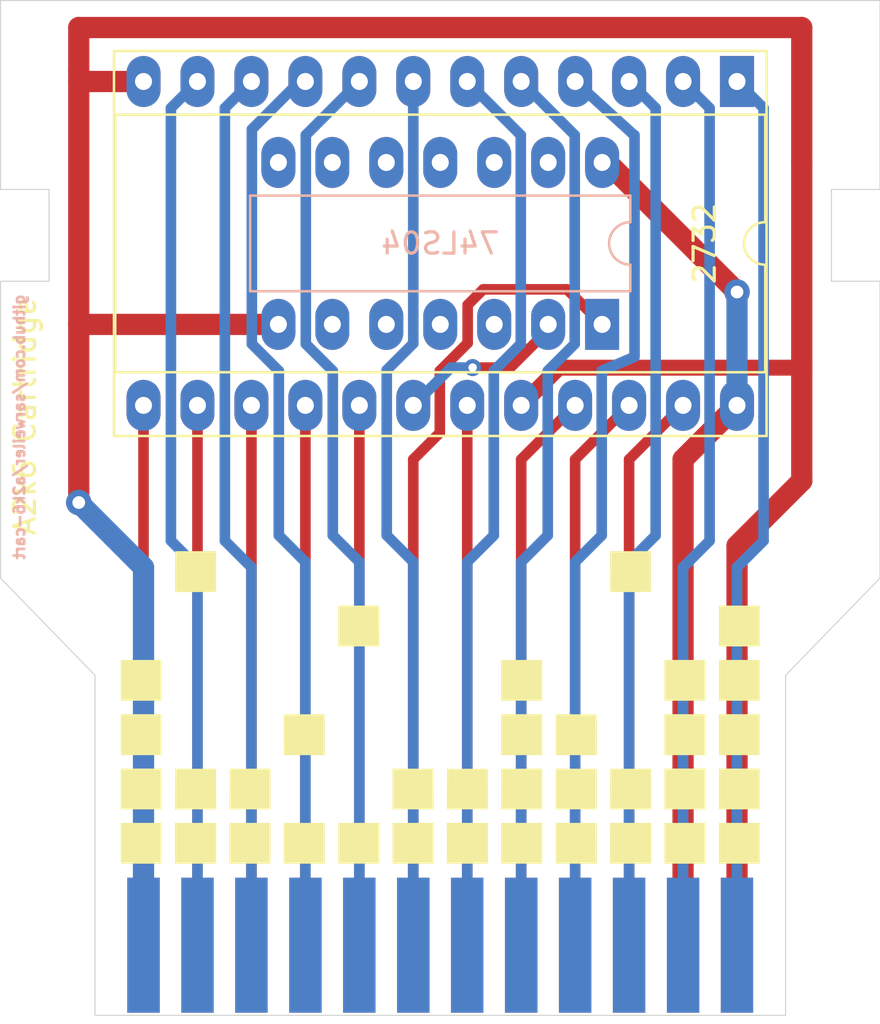
<source format=kicad_pcb>
(kicad_pcb (version 20171130) (host pcbnew "(5.1.6-0-10_14)")

  (general
    (thickness 1.6)
    (drawings 20)
    (tracks 107)
    (zones 0)
    (modules 4)
    (nets 25)
  )

  (page A4)
  (layers
    (0 F.Cu signal)
    (31 B.Cu signal)
    (32 B.Adhes user)
    (33 F.Adhes user)
    (34 B.Paste user)
    (35 F.Paste user)
    (36 B.SilkS user)
    (37 F.SilkS user)
    (38 B.Mask user)
    (39 F.Mask user)
    (40 Dwgs.User user)
    (41 Cmts.User user)
    (42 Eco1.User user)
    (43 Eco2.User user)
    (44 Edge.Cuts user)
    (45 Margin user)
    (46 B.CrtYd user)
    (47 F.CrtYd user)
    (48 B.Fab user)
    (49 F.Fab user)
  )

  (setup
    (last_trace_width 0.25)
    (trace_clearance 0.2)
    (zone_clearance 0.508)
    (zone_45_only no)
    (trace_min 0.2)
    (via_size 0.8)
    (via_drill 0.4)
    (via_min_size 0.4)
    (via_min_drill 0.3)
    (uvia_size 0.3)
    (uvia_drill 0.1)
    (uvias_allowed no)
    (uvia_min_size 0.2)
    (uvia_min_drill 0.1)
    (edge_width 0.05)
    (segment_width 0.2)
    (pcb_text_width 0.3)
    (pcb_text_size 1.5 1.5)
    (mod_edge_width 0.12)
    (mod_text_size 1 1)
    (mod_text_width 0.15)
    (pad_size 1.524 1.524)
    (pad_drill 0.762)
    (pad_to_mask_clearance 0.05)
    (aux_axis_origin 0 0)
    (visible_elements FFFFFF7F)
    (pcbplotparams
      (layerselection 0x010fc_ffffffff)
      (usegerberextensions false)
      (usegerberattributes true)
      (usegerberadvancedattributes true)
      (creategerberjobfile true)
      (excludeedgelayer true)
      (linewidth 0.100000)
      (plotframeref false)
      (viasonmask false)
      (mode 1)
      (useauxorigin false)
      (hpglpennumber 1)
      (hpglpenspeed 20)
      (hpglpendiameter 15.000000)
      (psnegative false)
      (psa4output false)
      (plotreference true)
      (plotvalue true)
      (plotinvisibletext false)
      (padsonsilk false)
      (subtractmaskfromsilk false)
      (outputformat 1)
      (mirror false)
      (drillshape 0)
      (scaleselection 1)
      (outputdirectory "gerbers/"))
  )

  (net 0 "")
  (net 1 D3)
  (net 2 D4)
  (net 3 D5)
  (net 4 D6)
  (net 5 D7)
  (net 6 "Net-(J1-PadA12)")
  (net 7 "Net-(J1-PadA10)")
  (net 8 "Net-(J1-PadA11)")
  (net 9 "Net-(J1-PadA9)")
  (net 10 "Net-(J1-PadA8)")
  (net 11 +5V)
  (net 12 GND)
  (net 13 "Net-(J1-PadA3)")
  (net 14 D1)
  (net 15 "Net-(J1-PadA6)")
  (net 16 "Net-(J1-PadA4)")
  (net 17 "Net-(J1-PadA1)")
  (net 18 D2)
  (net 19 "Net-(J1-PadA5)")
  (net 20 D0)
  (net 21 "Net-(J1-PadA0)")
  (net 22 "Net-(J1-PadA2)")
  (net 23 "Net-(J1-PadA7)")
  (net 24 "Net-(U1-Pad18)")

  (net_class Default "This is the default net class."
    (clearance 0.2)
    (trace_width 0.25)
    (via_dia 0.8)
    (via_drill 0.4)
    (uvia_dia 0.3)
    (uvia_drill 0.1)
    (add_net +5V)
    (add_net D0)
    (add_net D1)
    (add_net D2)
    (add_net D3)
    (add_net D4)
    (add_net D5)
    (add_net D6)
    (add_net D7)
    (add_net GND)
    (add_net "Net-(J1-PadA0)")
    (add_net "Net-(J1-PadA1)")
    (add_net "Net-(J1-PadA10)")
    (add_net "Net-(J1-PadA11)")
    (add_net "Net-(J1-PadA12)")
    (add_net "Net-(J1-PadA2)")
    (add_net "Net-(J1-PadA3)")
    (add_net "Net-(J1-PadA4)")
    (add_net "Net-(J1-PadA5)")
    (add_net "Net-(J1-PadA6)")
    (add_net "Net-(J1-PadA7)")
    (add_net "Net-(J1-PadA8)")
    (add_net "Net-(J1-PadA9)")
    (add_net "Net-(U1-Pad18)")
  )

  (module atari26k-cart:pattern (layer F.Cu) (tedit 0) (tstamp 5F5CD7AF)
    (at 152.654 105.41)
    (fp_text reference G*** (at 0 0) (layer F.SilkS) hide
      (effects (font (size 1.524 1.524) (thickness 0.3)))
    )
    (fp_text value LOGO (at 0.75 0) (layer F.SilkS) hide
      (effects (font (size 1.524 1.524) (thickness 0.3)))
    )
    (fp_poly (pts (xy 9.916975 -4.178457) (xy 8.96403 -4.174416) (xy 8.759582 -4.173672) (xy 8.584514 -4.173327)
      (xy 8.436849 -4.173414) (xy 8.314613 -4.173964) (xy 8.215829 -4.175009) (xy 8.13852 -4.176582)
      (xy 8.080712 -4.178715) (xy 8.040427 -4.181441) (xy 8.015691 -4.184791) (xy 8.004527 -4.188798)
      (xy 8.003543 -4.190095) (xy 8.002255 -4.208933) (xy 8.001169 -4.256342) (xy 8.000296 -4.329537)
      (xy 7.999646 -4.425731) (xy 7.999228 -4.542137) (xy 7.999052 -4.675971) (xy 7.99913 -4.824445)
      (xy 7.999471 -4.984774) (xy 8.000068 -5.150556) (xy 8.004136 -6.091296) (xy 9.916975 -6.091296)
      (xy 9.916975 -4.178457)) (layer F.SilkS) (width 0.01))
    (fp_poly (pts (xy -10.559815 -4.178457) (xy -11.51276 -4.174416) (xy -11.717208 -4.173672) (xy -11.892277 -4.173327)
      (xy -12.039941 -4.173414) (xy -12.162177 -4.173964) (xy -12.260961 -4.175009) (xy -12.33827 -4.176582)
      (xy -12.396078 -4.178715) (xy -12.436363 -4.181441) (xy -12.461099 -4.184791) (xy -12.472263 -4.188798)
      (xy -12.473247 -4.190095) (xy -12.474535 -4.208933) (xy -12.475621 -4.256342) (xy -12.476494 -4.329537)
      (xy -12.477145 -4.425731) (xy -12.477562 -4.542137) (xy -12.477738 -4.675971) (xy -12.47766 -4.824445)
      (xy -12.477319 -4.984774) (xy -12.476722 -5.150556) (xy -12.472654 -6.091296) (xy -10.559815 -6.091296)
      (xy -10.559815 -4.178457)) (layer F.SilkS) (width 0.01))
    (fp_poly (pts (xy 15.036173 -1.614938) (xy 13.123333 -1.614938) (xy 13.123333 -3.527778) (xy 15.036173 -3.527778)
      (xy 15.036173 -1.614938)) (layer F.SilkS) (width 0.01))
    (fp_poly (pts (xy -2.877099 -1.622778) (xy -3.837438 -1.618738) (xy -4.797778 -1.614697) (xy -4.797778 -3.527778)
      (xy -2.869017 -3.527778) (xy -2.877099 -1.622778)) (layer F.SilkS) (width 0.01))
    (fp_poly (pts (xy 15.036173 0.940741) (xy 13.123333 0.940741) (xy 13.123333 -0.972099) (xy 15.036173 -0.972099)
      (xy 15.036173 0.940741)) (layer F.SilkS) (width 0.01))
    (fp_poly (pts (xy 12.480494 0.940741) (xy 10.551975 0.940741) (xy 10.551975 -0.972099) (xy 12.480494 -0.972099)
      (xy 12.480494 0.940741)) (layer F.SilkS) (width 0.01))
    (fp_poly (pts (xy 4.797778 0.940741) (xy 2.869259 0.940741) (xy 2.869259 -0.972099) (xy 4.797778 -0.972099)
      (xy 4.797778 0.940741)) (layer F.SilkS) (width 0.01))
    (fp_poly (pts (xy -13.123333 0.940741) (xy -15.036173 0.940741) (xy -15.036173 -0.972099) (xy -13.123333 -0.972099)
      (xy -13.123333 0.940741)) (layer F.SilkS) (width 0.01))
    (fp_poly (pts (xy 15.036173 3.49642) (xy 13.123333 3.49642) (xy 13.123333 1.58358) (xy 15.036173 1.58358)
      (xy 15.036173 3.49642)) (layer F.SilkS) (width 0.01))
    (fp_poly (pts (xy 12.480494 3.49642) (xy 10.551975 3.49642) (xy 10.551975 1.58358) (xy 12.480494 1.58358)
      (xy 12.480494 3.49642)) (layer F.SilkS) (width 0.01))
    (fp_poly (pts (xy 6.400957 1.587379) (xy 7.361296 1.59142) (xy 7.365337 2.54392) (xy 7.369379 3.49642)
      (xy 5.440617 3.49642) (xy 5.440617 1.583339) (xy 6.400957 1.587379)) (layer F.SilkS) (width 0.01))
    (fp_poly (pts (xy 4.797778 3.49642) (xy 2.869259 3.49642) (xy 2.869259 1.58358) (xy 4.797778 1.58358)
      (xy 4.797778 3.49642)) (layer F.SilkS) (width 0.01))
    (fp_poly (pts (xy -5.440617 3.49642) (xy -7.369379 3.49642) (xy -7.365338 2.54392) (xy -7.361296 1.59142)
      (xy -6.400957 1.587379) (xy -5.440617 1.583339) (xy -5.440617 3.49642)) (layer F.SilkS) (width 0.01))
    (fp_poly (pts (xy -13.123333 3.49642) (xy -15.036173 3.49642) (xy -15.036173 1.58358) (xy -13.123333 1.58358)
      (xy -13.123333 3.49642)) (layer F.SilkS) (width 0.01))
    (fp_poly (pts (xy 15.036173 6.052099) (xy 13.123333 6.052099) (xy 13.123333 4.139259) (xy 15.036173 4.139259)
      (xy 15.036173 6.052099)) (layer F.SilkS) (width 0.01))
    (fp_poly (pts (xy 12.480494 6.052099) (xy 10.551975 6.052099) (xy 10.551975 4.139259) (xy 12.480494 4.139259)
      (xy 12.480494 6.052099)) (layer F.SilkS) (width 0.01))
    (fp_poly (pts (xy 9.921016 5.099599) (xy 9.925058 6.052099) (xy 7.996053 6.052099) (xy 8.000094 5.099599)
      (xy 8.004136 4.147099) (xy 9.916975 4.147099) (xy 9.921016 5.099599)) (layer F.SilkS) (width 0.01))
    (fp_poly (pts (xy 6.400957 4.143058) (xy 7.361296 4.147099) (xy 7.361296 6.044259) (xy 6.400957 6.048299)
      (xy 5.440617 6.05234) (xy 5.440617 4.139018) (xy 6.400957 4.143058)) (layer F.SilkS) (width 0.01))
    (fp_poly (pts (xy 4.797778 6.052099) (xy 2.869016 6.052099) (xy 2.873057 5.099599) (xy 2.877099 4.147099)
      (xy 3.837438 4.143058) (xy 4.797778 4.139018) (xy 4.797778 6.052099)) (layer F.SilkS) (width 0.01))
    (fp_poly (pts (xy 2.2383 5.099599) (xy 2.242342 6.052099) (xy 0.313337 6.052099) (xy 0.317378 5.099599)
      (xy 0.32142 4.147099) (xy 2.234259 4.147099) (xy 2.2383 5.099599)) (layer F.SilkS) (width 0.01))
    (fp_poly (pts (xy -1.281759 4.143058) (xy -0.32142 4.147099) (xy -0.313338 6.052099) (xy -2.242099 6.052099)
      (xy -2.242099 4.139018) (xy -1.281759 4.143058)) (layer F.SilkS) (width 0.01))
    (fp_poly (pts (xy -7.996296 6.052099) (xy -9.925058 6.052099) (xy -9.921017 5.099599) (xy -9.916975 4.147099)
      (xy -8.956636 4.143058) (xy -7.996296 4.139018) (xy -7.996296 6.052099)) (layer F.SilkS) (width 0.01))
    (fp_poly (pts (xy -10.551733 6.052099) (xy -12.480737 6.052099) (xy -12.476696 5.099599) (xy -12.472654 4.147099)
      (xy -10.559815 4.147099) (xy -10.551733 6.052099)) (layer F.SilkS) (width 0.01))
    (fp_poly (pts (xy -13.123333 6.052099) (xy -15.036173 6.052099) (xy -15.036173 4.139259) (xy -13.123333 4.139259)
      (xy -13.123333 6.052099)) (layer F.SilkS) (width 0.01))
    (fp_poly (pts (xy 15.036173 8.607778) (xy 13.123333 8.607778) (xy 13.123333 6.694938) (xy 15.036173 6.694938)
      (xy 15.036173 8.607778)) (layer F.SilkS) (width 0.01))
    (fp_poly (pts (xy 12.480494 8.607778) (xy 10.551975 8.607778) (xy 10.551975 6.694938) (xy 12.480494 6.694938)
      (xy 12.480494 8.607778)) (layer F.SilkS) (width 0.01))
    (fp_poly (pts (xy 9.924815 8.607778) (xy 7.996296 8.607778) (xy 7.996296 6.694938) (xy 9.924815 6.694938)
      (xy 9.924815 8.607778)) (layer F.SilkS) (width 0.01))
    (fp_poly (pts (xy 6.400957 6.698737) (xy 7.361296 6.702778) (xy 7.365337 7.655278) (xy 7.369379 8.607778)
      (xy 5.440617 8.607778) (xy 5.440617 6.694697) (xy 6.400957 6.698737)) (layer F.SilkS) (width 0.01))
    (fp_poly (pts (xy 4.797778 8.607778) (xy 2.869259 8.607778) (xy 2.869259 6.694938) (xy 4.797778 6.694938)
      (xy 4.797778 8.607778)) (layer F.SilkS) (width 0.01))
    (fp_poly (pts (xy 2.242099 8.607778) (xy 0.31358 8.607778) (xy 0.31358 6.694938) (xy 2.242099 6.694938)
      (xy 2.242099 8.607778)) (layer F.SilkS) (width 0.01))
    (fp_poly (pts (xy -0.31358 8.607778) (xy -2.242099 8.607778) (xy -2.242099 6.694938) (xy -0.31358 6.694938)
      (xy -0.31358 8.607778)) (layer F.SilkS) (width 0.01))
    (fp_poly (pts (xy -2.869259 8.607778) (xy -4.797778 8.607778) (xy -4.797778 6.694938) (xy -2.869259 6.694938)
      (xy -2.869259 8.607778)) (layer F.SilkS) (width 0.01))
    (fp_poly (pts (xy -5.440617 8.607778) (xy -7.369379 8.607778) (xy -7.365338 7.655278) (xy -7.361296 6.702778)
      (xy -6.400957 6.698737) (xy -5.440617 6.694697) (xy -5.440617 8.607778)) (layer F.SilkS) (width 0.01))
    (fp_poly (pts (xy -7.996296 8.607778) (xy -9.924815 8.607778) (xy -9.924815 6.694938) (xy -7.996296 6.694938)
      (xy -7.996296 8.607778)) (layer F.SilkS) (width 0.01))
    (fp_poly (pts (xy -10.551975 8.607778) (xy -12.480494 8.607778) (xy -12.480494 6.694938) (xy -10.551975 6.694938)
      (xy -10.551975 8.607778)) (layer F.SilkS) (width 0.01))
    (fp_poly (pts (xy -13.123333 8.607778) (xy -15.036173 8.607778) (xy -15.036173 6.694938) (xy -13.123333 6.694938)
      (xy -13.123333 8.607778)) (layer F.SilkS) (width 0.01))
  )

  (module Package_DIP:DIP-14_W7.62mm_LongPads (layer B.Cu) (tedit 5A02E8C5) (tstamp 5F5C9382)
    (at 160.274 88.646 90)
    (descr "14-lead though-hole mounted DIP package, row spacing 7.62 mm (300 mils), LongPads")
    (tags "THT DIP DIL PDIP 2.54mm 7.62mm 300mil LongPads")
    (path /5F59DAFD)
    (fp_text reference U2 (at 3.81 2.33 90) (layer B.SilkS) hide
      (effects (font (size 1 1) (thickness 0.15)) (justify mirror))
    )
    (fp_text value 74LS04 (at 3.81 -7.62 180) (layer B.SilkS)
      (effects (font (size 1 1) (thickness 0.15)) (justify mirror))
    )
    (fp_line (start 9.1 1.55) (end -1.45 1.55) (layer B.CrtYd) (width 0.05))
    (fp_line (start 9.1 -16.8) (end 9.1 1.55) (layer B.CrtYd) (width 0.05))
    (fp_line (start -1.45 -16.8) (end 9.1 -16.8) (layer B.CrtYd) (width 0.05))
    (fp_line (start -1.45 1.55) (end -1.45 -16.8) (layer B.CrtYd) (width 0.05))
    (fp_line (start 6.06 1.33) (end 4.81 1.33) (layer B.SilkS) (width 0.12))
    (fp_line (start 6.06 -16.57) (end 6.06 1.33) (layer B.SilkS) (width 0.12))
    (fp_line (start 1.56 -16.57) (end 6.06 -16.57) (layer B.SilkS) (width 0.12))
    (fp_line (start 1.56 1.33) (end 1.56 -16.57) (layer B.SilkS) (width 0.12))
    (fp_line (start 2.81 1.33) (end 1.56 1.33) (layer B.SilkS) (width 0.12))
    (fp_line (start 0.635 0.27) (end 1.635 1.27) (layer B.Fab) (width 0.1))
    (fp_line (start 0.635 -16.51) (end 0.635 0.27) (layer B.Fab) (width 0.1))
    (fp_line (start 6.985 -16.51) (end 0.635 -16.51) (layer B.Fab) (width 0.1))
    (fp_line (start 6.985 1.27) (end 6.985 -16.51) (layer B.Fab) (width 0.1))
    (fp_line (start 1.635 1.27) (end 6.985 1.27) (layer B.Fab) (width 0.1))
    (fp_text user %R (at 3.81 -7.62 90) (layer B.Fab)
      (effects (font (size 1 1) (thickness 0.15)) (justify mirror))
    )
    (fp_arc (start 3.81 1.33) (end 2.81 1.33) (angle 180) (layer B.SilkS) (width 0.12))
    (pad 14 thru_hole oval (at 7.62 0 90) (size 2.4 1.6) (drill 0.8) (layers *.Cu *.Mask)
      (net 11 +5V))
    (pad 7 thru_hole oval (at 0 -15.24 90) (size 2.4 1.6) (drill 0.8) (layers *.Cu *.Mask)
      (net 12 GND))
    (pad 13 thru_hole oval (at 7.62 -2.54 90) (size 2.4 1.6) (drill 0.8) (layers *.Cu *.Mask))
    (pad 6 thru_hole oval (at 0 -12.7 90) (size 2.4 1.6) (drill 0.8) (layers *.Cu *.Mask))
    (pad 12 thru_hole oval (at 7.62 -5.08 90) (size 2.4 1.6) (drill 0.8) (layers *.Cu *.Mask))
    (pad 5 thru_hole oval (at 0 -10.16 90) (size 2.4 1.6) (drill 0.8) (layers *.Cu *.Mask))
    (pad 11 thru_hole oval (at 7.62 -7.62 90) (size 2.4 1.6) (drill 0.8) (layers *.Cu *.Mask))
    (pad 4 thru_hole oval (at 0 -7.62 90) (size 2.4 1.6) (drill 0.8) (layers *.Cu *.Mask))
    (pad 10 thru_hole oval (at 7.62 -10.16 90) (size 2.4 1.6) (drill 0.8) (layers *.Cu *.Mask))
    (pad 3 thru_hole oval (at 0 -5.08 90) (size 2.4 1.6) (drill 0.8) (layers *.Cu *.Mask))
    (pad 9 thru_hole oval (at 7.62 -12.7 90) (size 2.4 1.6) (drill 0.8) (layers *.Cu *.Mask))
    (pad 2 thru_hole oval (at 0 -2.54 90) (size 2.4 1.6) (drill 0.8) (layers *.Cu *.Mask)
      (net 24 "Net-(U1-Pad18)"))
    (pad 8 thru_hole oval (at 7.62 -15.24 90) (size 2.4 1.6) (drill 0.8) (layers *.Cu *.Mask))
    (pad 1 thru_hole rect (at 0 0 90) (size 2.4 1.6) (drill 0.8) (layers *.Cu *.Mask)
      (net 6 "Net-(J1-PadA12)"))
    (model ${KISYS3DMOD}/Package_DIP.3dshapes/DIP-14_W7.62mm.wrl
      (at (xyz 0 0 0))
      (scale (xyz 1 1 1))
      (rotate (xyz 0 0 0))
    )
  )

  (module Package_DIP:DIP-24_W15.24mm_Socket_LongPads (layer F.Cu) (tedit 5A02E8C5) (tstamp 5F5CA91E)
    (at 166.624 77.216 270)
    (descr "24-lead though-hole mounted DIP package, row spacing 15.24 mm (600 mils), Socket, LongPads")
    (tags "THT DIP DIL PDIP 2.54mm 15.24mm 600mil Socket LongPads")
    (path /5F5A9964)
    (fp_text reference U1 (at 7.62 -2.33 90) (layer F.SilkS) hide
      (effects (font (size 1 1) (thickness 0.15)))
    )
    (fp_text value 2732 (at 7.62 1.524 270) (layer F.SilkS)
      (effects (font (size 1 1) (thickness 0.15)))
    )
    (fp_line (start 16.8 -1.6) (end -1.55 -1.6) (layer F.CrtYd) (width 0.05))
    (fp_line (start 16.8 29.55) (end 16.8 -1.6) (layer F.CrtYd) (width 0.05))
    (fp_line (start -1.55 29.55) (end 16.8 29.55) (layer F.CrtYd) (width 0.05))
    (fp_line (start -1.55 -1.6) (end -1.55 29.55) (layer F.CrtYd) (width 0.05))
    (fp_line (start 16.68 -1.39) (end -1.44 -1.39) (layer F.SilkS) (width 0.12))
    (fp_line (start 16.68 29.33) (end 16.68 -1.39) (layer F.SilkS) (width 0.12))
    (fp_line (start -1.44 29.33) (end 16.68 29.33) (layer F.SilkS) (width 0.12))
    (fp_line (start -1.44 -1.39) (end -1.44 29.33) (layer F.SilkS) (width 0.12))
    (fp_line (start 13.68 -1.33) (end 8.62 -1.33) (layer F.SilkS) (width 0.12))
    (fp_line (start 13.68 29.27) (end 13.68 -1.33) (layer F.SilkS) (width 0.12))
    (fp_line (start 1.56 29.27) (end 13.68 29.27) (layer F.SilkS) (width 0.12))
    (fp_line (start 1.56 -1.33) (end 1.56 29.27) (layer F.SilkS) (width 0.12))
    (fp_line (start 6.62 -1.33) (end 1.56 -1.33) (layer F.SilkS) (width 0.12))
    (fp_line (start 16.51 -1.33) (end -1.27 -1.33) (layer F.Fab) (width 0.1))
    (fp_line (start 16.51 29.27) (end 16.51 -1.33) (layer F.Fab) (width 0.1))
    (fp_line (start -1.27 29.27) (end 16.51 29.27) (layer F.Fab) (width 0.1))
    (fp_line (start -1.27 -1.33) (end -1.27 29.27) (layer F.Fab) (width 0.1))
    (fp_line (start 0.255 -0.27) (end 1.255 -1.27) (layer F.Fab) (width 0.1))
    (fp_line (start 0.255 29.21) (end 0.255 -0.27) (layer F.Fab) (width 0.1))
    (fp_line (start 14.985 29.21) (end 0.255 29.21) (layer F.Fab) (width 0.1))
    (fp_line (start 14.985 -1.27) (end 14.985 29.21) (layer F.Fab) (width 0.1))
    (fp_line (start 1.255 -1.27) (end 14.985 -1.27) (layer F.Fab) (width 0.1))
    (fp_text user %R (at 7.62 13.97 90) (layer F.Fab) hide
      (effects (font (size 1 1) (thickness 0.15)))
    )
    (fp_arc (start 7.62 -1.33) (end 6.62 -1.33) (angle -180) (layer F.SilkS) (width 0.12))
    (pad 24 thru_hole oval (at 15.24 0 270) (size 2.4 1.6) (drill 0.8) (layers *.Cu *.Mask)
      (net 11 +5V))
    (pad 12 thru_hole oval (at 0 27.94 270) (size 2.4 1.6) (drill 0.8) (layers *.Cu *.Mask)
      (net 12 GND))
    (pad 23 thru_hole oval (at 15.24 2.54 270) (size 2.4 1.6) (drill 0.8) (layers *.Cu *.Mask)
      (net 10 "Net-(J1-PadA8)"))
    (pad 11 thru_hole oval (at 0 25.4 270) (size 2.4 1.6) (drill 0.8) (layers *.Cu *.Mask)
      (net 18 D2))
    (pad 22 thru_hole oval (at 15.24 5.08 270) (size 2.4 1.6) (drill 0.8) (layers *.Cu *.Mask)
      (net 9 "Net-(J1-PadA9)"))
    (pad 10 thru_hole oval (at 0 22.86 270) (size 2.4 1.6) (drill 0.8) (layers *.Cu *.Mask)
      (net 14 D1))
    (pad 21 thru_hole oval (at 15.24 7.62 270) (size 2.4 1.6) (drill 0.8) (layers *.Cu *.Mask)
      (net 8 "Net-(J1-PadA11)"))
    (pad 9 thru_hole oval (at 0 20.32 270) (size 2.4 1.6) (drill 0.8) (layers *.Cu *.Mask)
      (net 20 D0))
    (pad 20 thru_hole oval (at 15.24 10.16 270) (size 2.4 1.6) (drill 0.8) (layers *.Cu *.Mask)
      (net 12 GND))
    (pad 8 thru_hole oval (at 0 17.78 270) (size 2.4 1.6) (drill 0.8) (layers *.Cu *.Mask)
      (net 21 "Net-(J1-PadA0)"))
    (pad 19 thru_hole oval (at 15.24 12.7 270) (size 2.4 1.6) (drill 0.8) (layers *.Cu *.Mask)
      (net 7 "Net-(J1-PadA10)"))
    (pad 7 thru_hole oval (at 0 15.24 270) (size 2.4 1.6) (drill 0.8) (layers *.Cu *.Mask)
      (net 17 "Net-(J1-PadA1)"))
    (pad 18 thru_hole oval (at 15.24 15.24 270) (size 2.4 1.6) (drill 0.8) (layers *.Cu *.Mask)
      (net 24 "Net-(U1-Pad18)"))
    (pad 6 thru_hole oval (at 0 12.7 270) (size 2.4 1.6) (drill 0.8) (layers *.Cu *.Mask)
      (net 22 "Net-(J1-PadA2)"))
    (pad 17 thru_hole oval (at 15.24 17.78 270) (size 2.4 1.6) (drill 0.8) (layers *.Cu *.Mask)
      (net 5 D7))
    (pad 5 thru_hole oval (at 0 10.16 270) (size 2.4 1.6) (drill 0.8) (layers *.Cu *.Mask)
      (net 13 "Net-(J1-PadA3)"))
    (pad 16 thru_hole oval (at 15.24 20.32 270) (size 2.4 1.6) (drill 0.8) (layers *.Cu *.Mask)
      (net 4 D6))
    (pad 4 thru_hole oval (at 0 7.62 270) (size 2.4 1.6) (drill 0.8) (layers *.Cu *.Mask)
      (net 16 "Net-(J1-PadA4)"))
    (pad 15 thru_hole oval (at 15.24 22.86 270) (size 2.4 1.6) (drill 0.8) (layers *.Cu *.Mask)
      (net 3 D5))
    (pad 3 thru_hole oval (at 0 5.08 270) (size 2.4 1.6) (drill 0.8) (layers *.Cu *.Mask)
      (net 19 "Net-(J1-PadA5)"))
    (pad 14 thru_hole oval (at 15.24 25.4 270) (size 2.4 1.6) (drill 0.8) (layers *.Cu *.Mask)
      (net 2 D4))
    (pad 2 thru_hole oval (at 0 2.54 270) (size 2.4 1.6) (drill 0.8) (layers *.Cu *.Mask)
      (net 15 "Net-(J1-PadA6)"))
    (pad 13 thru_hole oval (at 15.24 27.94 270) (size 2.4 1.6) (drill 0.8) (layers *.Cu *.Mask)
      (net 1 D3))
    (pad 1 thru_hole rect (at 0 0 270) (size 2.4 1.6) (drill 0.8) (layers *.Cu *.Mask)
      (net 23 "Net-(J1-PadA7)"))
    (model ${KISYS3DMOD}/Package_DIP.3dshapes/DIP-24_W15.24mm_Socket.wrl
      (at (xyz 0 0 0))
      (scale (xyz 1 1 1))
      (rotate (xyz 0 0 0))
    )
  )

  (module Atari:2600_Cartridge_Port (layer F.Cu) (tedit 5F59D1EC) (tstamp 5F59FA1F)
    (at 138.176 114.808)
    (path /5F5B2BC1)
    (fp_text reference J1 (at 14.732 -1.016) (layer F.SilkS) hide
      (effects (font (size 1 1) (thickness 0.15)))
    )
    (fp_text value 2600_Cartridge_Port (at 14.732 -1.016) (layer F.Fab)
      (effects (font (size 1 1) (thickness 0.15)))
    )
    (fp_text user REF** (at 14.732 -1.016) (layer B.SilkS) hide
      (effects (font (size 1 1) (thickness 0.15)) (justify mirror))
    )
    (pad A7 connect rect (at 28.448 3.048) (size 1.524 6.35) (layers B.Cu B.Mask)
      (net 23 "Net-(J1-PadA7)"))
    (pad A2 connect rect (at 15.748 3.048) (size 1.524 6.35) (layers B.Cu B.Mask)
      (net 22 "Net-(J1-PadA2)"))
    (pad A0 connect rect (at 10.668 3.048) (size 1.524 6.35) (layers B.Cu B.Mask)
      (net 21 "Net-(J1-PadA0)"))
    (pad D0 connect rect (at 8.128 3.048) (size 1.524 6.35) (layers B.Cu B.Mask)
      (net 20 D0))
    (pad A5 connect rect (at 23.368 3.048) (size 1.524 6.35) (layers B.Cu B.Mask)
      (net 19 "Net-(J1-PadA5)"))
    (pad GND connect rect (at 0.508 3.048) (size 1.524 6.35) (layers B.Cu B.Mask)
      (net 12 GND))
    (pad D2 connect rect (at 3.048 3.048) (size 1.524 6.35) (layers B.Cu B.Mask)
      (net 18 D2))
    (pad A1 connect rect (at 13.208 3.048) (size 1.524 6.35) (layers B.Cu B.Mask)
      (net 17 "Net-(J1-PadA1)"))
    (pad A4 connect rect (at 20.828 3.048) (size 1.524 6.35) (layers B.Cu B.Mask)
      (net 16 "Net-(J1-PadA4)"))
    (pad A6 connect rect (at 25.908 3.048) (size 1.524 6.35) (layers B.Cu B.Mask)
      (net 15 "Net-(J1-PadA6)"))
    (pad D1 connect rect (at 5.588 3.048) (size 1.524 6.35) (layers B.Cu B.Mask)
      (net 14 D1))
    (pad A3 connect rect (at 18.288 3.048) (size 1.524 6.35) (layers B.Cu B.Mask)
      (net 13 "Net-(J1-PadA3)"))
    (pad SGND connect rect (at 28.448 3.048) (size 1.524 6.35) (layers F.Cu F.Mask)
      (net 12 GND))
    (pad +5V connect rect (at 25.908 3.048) (size 1.524 6.35) (layers F.Cu F.Mask)
      (net 11 +5V))
    (pad A8 connect rect (at 23.368 3.048) (size 1.524 6.35) (layers F.Cu F.Mask)
      (net 10 "Net-(J1-PadA8)"))
    (pad A9 connect rect (at 20.828 3.048) (size 1.524 6.35) (layers F.Cu F.Mask)
      (net 9 "Net-(J1-PadA9)"))
    (pad A11 connect rect (at 18.288 3.048) (size 1.524 6.35) (layers F.Cu F.Mask)
      (net 8 "Net-(J1-PadA11)"))
    (pad A10 connect rect (at 15.748 3.048) (size 1.524 6.35) (layers F.Cu F.Mask)
      (net 7 "Net-(J1-PadA10)"))
    (pad A12 connect rect (at 13.208 3.048) (size 1.524 6.35) (layers F.Cu F.Mask)
      (net 6 "Net-(J1-PadA12)"))
    (pad D7 connect rect (at 10.668 3.048) (size 1.524 6.35) (layers F.Cu F.Mask)
      (net 5 D7))
    (pad D6 connect rect (at 8.128 3.048) (size 1.524 6.35) (layers F.Cu F.Mask)
      (net 4 D6))
    (pad D5 connect rect (at 5.588 3.048) (size 1.524 6.35) (layers F.Cu F.Mask)
      (net 3 D5))
    (pad D4 connect rect (at 3.048 3.048) (size 1.524 6.35) (layers F.Cu F.Mask)
      (net 2 D4))
    (pad D3 connect rect (at 0.508 3.048) (size 1.524 6.35) (layers F.Cu F.Mask)
      (net 1 D3))
  )

  (gr_text github.com/sarweiler/a2k6-cart (at 132.842 93.472 90) (layer B.SilkS)
    (effects (font (size 0.5 0.5) (thickness 0.125)) (justify mirror))
  )
  (gr_text "A2k6 Cartridge" (at 133.096 92.964 90) (layer F.SilkS)
    (effects (font (size 1 1) (thickness 0.15)))
  )
  (gr_poly (pts (xy 169.164 121.539) (xy 136.144 121.539) (xy 136.144 114.681) (xy 169.164 114.681)) (layer B.Mask) (width 0.1) (tstamp 5F5CBAF5))
  (gr_poly (pts (xy 169.164 121.539) (xy 136.144 121.539) (xy 136.144 114.681) (xy 169.164 114.681)) (layer F.Mask) (width 0.1) (tstamp 5F5CBB81))
  (gr_line (start 136.398 105.156) (end 131.953 100.584) (layer Edge.Cuts) (width 0.05) (tstamp 5F5A7216))
  (gr_line (start 168.91 105.156) (end 173.355 100.584) (layer Edge.Cuts) (width 0.05))
  (gr_line (start 131.953 73.406) (end 173.355 73.406) (layer Edge.Cuts) (width 0.05))
  (gr_line (start 173.355 82.296) (end 173.355 73.406) (layer Edge.Cuts) (width 0.05))
  (gr_line (start 171.069 82.296) (end 173.355 82.296) (layer Edge.Cuts) (width 0.05))
  (gr_line (start 171.069 86.614) (end 171.069 82.296) (layer Edge.Cuts) (width 0.05))
  (gr_line (start 131.953 82.296) (end 131.953 73.406) (layer Edge.Cuts) (width 0.05))
  (gr_line (start 134.239 82.296) (end 131.953 82.296) (layer Edge.Cuts) (width 0.05))
  (gr_line (start 134.239 86.614) (end 134.239 82.296) (layer Edge.Cuts) (width 0.05))
  (gr_line (start 173.355 86.614) (end 171.069 86.614) (layer Edge.Cuts) (width 0.05))
  (gr_line (start 131.953 86.614) (end 134.239 86.614) (layer Edge.Cuts) (width 0.05))
  (gr_line (start 173.355 100.584) (end 173.355 86.614) (layer Edge.Cuts) (width 0.05) (tstamp 5F5A5E12))
  (gr_line (start 131.953 100.584) (end 131.953 86.614) (layer Edge.Cuts) (width 0.05) (tstamp 5F6BC23F))
  (gr_line (start 168.91 121.158) (end 136.398 121.158) (layer Edge.Cuts) (width 0.05) (tstamp 5F59FCEE))
  (gr_line (start 168.91 105.156) (end 168.91 121.158) (layer Edge.Cuts) (width 0.05))
  (gr_line (start 136.398 121.158) (end 136.398 105.156) (layer Edge.Cuts) (width 0.05))

  (segment (start 138.684 117.856) (end 138.684 92.456) (width 0.5) (layer F.Cu) (net 1))
  (segment (start 141.224 117.856) (end 141.224 92.456) (width 0.5) (layer F.Cu) (net 2))
  (segment (start 143.764 117.856) (end 143.764 92.456) (width 0.5) (layer F.Cu) (net 3))
  (segment (start 146.304 117.856) (end 146.304 92.456) (width 0.5) (layer F.Cu) (net 4))
  (segment (start 148.844 117.856) (end 148.844 92.456) (width 0.5) (layer F.Cu) (net 5))
  (segment (start 158.62399 86.99599) (end 160.274 88.646) (width 0.5) (layer F.Cu) (net 6))
  (segment (start 154.676229 86.99599) (end 158.62399 86.99599) (width 0.5) (layer F.Cu) (net 6))
  (segment (start 153.94399 89.523791) (end 153.94399 87.728229) (width 0.5) (layer F.Cu) (net 6))
  (segment (start 152.63401 90.833771) (end 153.94399 89.523791) (width 0.5) (layer F.Cu) (net 6))
  (segment (start 153.94399 87.728229) (end 154.676229 86.99599) (width 0.5) (layer F.Cu) (net 6))
  (segment (start 152.63401 93.74599) (end 152.63401 90.833771) (width 0.5) (layer F.Cu) (net 6))
  (segment (start 151.384 117.856) (end 151.384 94.996) (width 0.5) (layer F.Cu) (net 6))
  (segment (start 151.384 94.996) (end 152.63401 93.74599) (width 0.5) (layer F.Cu) (net 6))
  (segment (start 153.924 117.856) (end 153.924 92.456) (width 0.5) (layer F.Cu) (net 7))
  (segment (start 156.464 94.996) (end 159.004 92.456) (width 0.5) (layer F.Cu) (net 8))
  (segment (start 156.464 117.856) (end 156.464 94.996) (width 0.5) (layer F.Cu) (net 8))
  (segment (start 159.004 94.996) (end 161.544 92.456) (width 0.5) (layer F.Cu) (net 9))
  (segment (start 159.004 117.856) (end 159.004 94.996) (width 0.5) (layer F.Cu) (net 9))
  (segment (start 161.544 94.996) (end 164.084 92.456) (width 0.5) (layer F.Cu) (net 10))
  (segment (start 161.544 117.856) (end 161.544 94.996) (width 0.5) (layer F.Cu) (net 10))
  (segment (start 164.084 94.996) (end 166.624 92.456) (width 1) (layer F.Cu) (net 11))
  (segment (start 164.084 117.856) (end 164.084 94.996) (width 1) (layer F.Cu) (net 11))
  (via (at 166.624 87.122) (size 1.2) (drill 0.6) (layers F.Cu B.Cu) (net 11))
  (segment (start 166.624 92.456) (end 166.624 87.122) (width 1) (layer B.Cu) (net 11))
  (segment (start 160.528 81.026) (end 166.624 87.122) (width 1) (layer F.Cu) (net 11))
  (segment (start 160.274 81.026) (end 160.528 81.026) (width 0.5) (layer F.Cu) (net 11))
  (segment (start 166.624 117.856) (end 166.624 99.06) (width 1) (layer F.Cu) (net 12) (tstamp 5F5A7988))
  (segment (start 138.684 77.216) (end 138.684 77.47) (width 0.25) (layer F.Cu) (net 12))
  (segment (start 156.464 92.456) (end 158.23901 90.68099) (width 0.75) (layer F.Cu) (net 12))
  (segment (start 158.23901 90.68099) (end 169.66901 90.68099) (width 0.75) (layer F.Cu) (net 12) (tstamp 5F5A7A66))
  (segment (start 169.672 90.678) (end 169.672 81.026) (width 1) (layer F.Cu) (net 12))
  (segment (start 169.66901 90.68099) (end 169.672 90.678) (width 0.75) (layer F.Cu) (net 12))
  (via (at 135.636 97.028) (size 1.2) (drill 0.6) (layers F.Cu B.Cu) (net 12))
  (segment (start 169.672 96.012) (end 169.672 90.678) (width 1) (layer F.Cu) (net 12))
  (segment (start 166.624 99.06) (end 169.672 96.012) (width 1) (layer F.Cu) (net 12))
  (segment (start 135.636 74.676) (end 135.636 76.708) (width 1) (layer F.Cu) (net 12))
  (segment (start 138.684 100.076) (end 135.636 97.028) (width 1) (layer B.Cu) (net 12))
  (segment (start 138.684 117.856) (end 138.684 100.076) (width 1) (layer B.Cu) (net 12))
  (segment (start 169.672 74.676) (end 135.636 74.676) (width 1) (layer F.Cu) (net 12))
  (segment (start 169.672 81.026) (end 169.672 74.676) (width 1) (layer F.Cu) (net 12))
  (segment (start 138.684 77.216) (end 135.636 77.216) (width 1) (layer F.Cu) (net 12))
  (segment (start 145.034 88.646) (end 135.636 88.646) (width 1) (layer F.Cu) (net 12))
  (segment (start 135.636 88.646) (end 135.636 97.028) (width 1) (layer F.Cu) (net 12))
  (segment (start 135.636 76.708) (end 135.636 88.646) (width 1) (layer F.Cu) (net 12))
  (segment (start 156.464 117.856) (end 156.464 99.822) (width 0.5) (layer B.Cu) (net 13))
  (segment (start 158.98401 79.73601) (end 156.464 77.216) (width 0.5) (layer B.Cu) (net 13))
  (segment (start 157.71401 90.833771) (end 158.98401 89.563771) (width 0.5) (layer B.Cu) (net 13))
  (segment (start 157.71401 98.57199) (end 157.71401 90.833771) (width 0.5) (layer B.Cu) (net 13))
  (segment (start 158.98401 89.563771) (end 158.98401 79.73601) (width 0.5) (layer B.Cu) (net 13))
  (segment (start 156.464 99.822) (end 157.71401 98.57199) (width 0.5) (layer B.Cu) (net 13))
  (segment (start 143.764 117.856) (end 143.764 100.076) (width 0.5) (layer B.Cu) (net 14))
  (segment (start 142.51399 78.46601) (end 143.764 77.216) (width 0.5) (layer B.Cu) (net 14))
  (segment (start 142.51399 98.82599) (end 142.51399 78.46601) (width 0.5) (layer B.Cu) (net 14))
  (segment (start 143.764 100.076) (end 142.51399 98.82599) (width 0.5) (layer B.Cu) (net 14))
  (segment (start 164.084 117.856) (end 164.084 100.076) (width 0.5) (layer B.Cu) (net 15))
  (segment (start 165.33401 98.82599) (end 165.33401 78.46601) (width 0.5) (layer B.Cu) (net 15))
  (segment (start 165.33401 78.46601) (end 164.084 77.216) (width 0.5) (layer B.Cu) (net 15))
  (segment (start 164.084 100.076) (end 165.33401 98.82599) (width 0.5) (layer B.Cu) (net 15))
  (segment (start 160.25401 90.833771) (end 161.798 90.17) (width 0.5) (layer B.Cu) (net 16))
  (segment (start 160.25401 98.57199) (end 160.25401 90.833771) (width 0.5) (layer B.Cu) (net 16))
  (segment (start 159.004 99.822) (end 160.25401 98.57199) (width 0.5) (layer B.Cu) (net 16))
  (segment (start 159.004 117.856) (end 159.004 99.822) (width 0.5) (layer B.Cu) (net 16))
  (segment (start 161.798 90.17) (end 161.798 79.73601) (width 0.5) (layer B.Cu) (net 16))
  (segment (start 161.798 79.756) (end 159.004 77.216) (width 0.5) (layer B.Cu) (net 16))
  (segment (start 151.384 117.856) (end 151.384 99.822) (width 0.5) (layer B.Cu) (net 17))
  (segment (start 150.13399 90.793791) (end 151.384 89.543781) (width 0.5) (layer B.Cu) (net 17))
  (segment (start 150.13399 98.57199) (end 150.13399 90.793791) (width 0.5) (layer B.Cu) (net 17))
  (segment (start 151.384 89.543781) (end 151.384 77.216) (width 0.5) (layer B.Cu) (net 17))
  (segment (start 151.384 99.822) (end 150.13399 98.57199) (width 0.5) (layer B.Cu) (net 17))
  (segment (start 141.224 117.856) (end 141.224 100.076) (width 0.5) (layer B.Cu) (net 18))
  (segment (start 139.97399 78.46601) (end 141.224 77.216) (width 0.5) (layer B.Cu) (net 18))
  (segment (start 139.97399 98.82599) (end 139.97399 78.46601) (width 0.5) (layer B.Cu) (net 18))
  (segment (start 141.224 100.076) (end 139.97399 98.82599) (width 0.5) (layer B.Cu) (net 18))
  (segment (start 161.544 117.856) (end 161.544 99.822) (width 0.5) (layer B.Cu) (net 19))
  (segment (start 162.79401 78.46601) (end 161.544 77.216) (width 0.5) (layer B.Cu) (net 19))
  (segment (start 162.79401 98.57199) (end 162.79401 78.46601) (width 0.5) (layer B.Cu) (net 19))
  (segment (start 161.544 99.822) (end 162.79401 98.57199) (width 0.5) (layer B.Cu) (net 19))
  (segment (start 146.304 117.856) (end 146.304 99.822) (width 0.5) (layer B.Cu) (net 20))
  (segment (start 146.033998 77.216) (end 146.304 77.216) (width 0.5) (layer B.Cu) (net 20))
  (segment (start 143.783999 79.465999) (end 146.033998 77.216) (width 0.5) (layer B.Cu) (net 20))
  (segment (start 143.783999 89.56378) (end 143.783999 79.465999) (width 0.5) (layer B.Cu) (net 20))
  (segment (start 145.05399 98.57199) (end 145.05399 90.833771) (width 0.5) (layer B.Cu) (net 20))
  (segment (start 145.05399 90.833771) (end 143.783999 89.56378) (width 0.5) (layer B.Cu) (net 20))
  (segment (start 146.304 99.822) (end 145.05399 98.57199) (width 0.5) (layer B.Cu) (net 20))
  (segment (start 148.844 117.856) (end 148.844 99.822) (width 0.5) (layer B.Cu) (net 21))
  (segment (start 146.32399 89.563771) (end 146.32399 79.73601) (width 0.5) (layer B.Cu) (net 21))
  (segment (start 147.59399 90.833771) (end 146.32399 89.563771) (width 0.5) (layer B.Cu) (net 21))
  (segment (start 146.32399 79.73601) (end 148.844 77.216) (width 0.5) (layer B.Cu) (net 21))
  (segment (start 147.59399 98.57199) (end 147.59399 90.833771) (width 0.5) (layer B.Cu) (net 21))
  (segment (start 148.844 99.822) (end 147.59399 98.57199) (width 0.5) (layer B.Cu) (net 21))
  (segment (start 153.924 117.856) (end 153.924 99.822) (width 0.5) (layer B.Cu) (net 22))
  (segment (start 156.44401 79.73601) (end 153.924 77.216) (width 0.5) (layer B.Cu) (net 22))
  (segment (start 156.44401 89.563771) (end 156.44401 79.73601) (width 0.5) (layer B.Cu) (net 22))
  (segment (start 155.17401 90.833771) (end 156.44401 89.563771) (width 0.5) (layer B.Cu) (net 22))
  (segment (start 155.17401 98.57199) (end 155.17401 90.833771) (width 0.5) (layer B.Cu) (net 22))
  (segment (start 153.924 99.822) (end 155.17401 98.57199) (width 0.5) (layer B.Cu) (net 22))
  (segment (start 166.624 117.856) (end 166.624 100.076) (width 0.5) (layer B.Cu) (net 23))
  (segment (start 167.87401 78.46601) (end 166.624 77.216) (width 0.5) (layer B.Cu) (net 23))
  (segment (start 167.87401 98.82599) (end 167.87401 78.46601) (width 0.5) (layer B.Cu) (net 23))
  (segment (start 166.624 100.076) (end 167.87401 98.82599) (width 0.5) (layer B.Cu) (net 23))
  (segment (start 151.384 92.083781) (end 151.384 92.456) (width 0.5) (layer B.Cu) (net 24))
  (segment (start 157.734 88.646) (end 157.734 88.9) (width 0.5) (layer F.Cu) (net 24))
  (via (at 154.178 90.678) (size 0.8) (drill 0.4) (layers F.Cu B.Cu) (net 24))
  (segment (start 155.956 90.678) (end 154.178 90.678) (width 0.5) (layer F.Cu) (net 24))
  (segment (start 157.734 88.9) (end 155.956 90.678) (width 0.5) (layer F.Cu) (net 24))
  (segment (start 153.162 90.678) (end 151.384 92.456) (width 0.5) (layer B.Cu) (net 24))
  (segment (start 154.178 90.678) (end 153.162 90.678) (width 0.5) (layer B.Cu) (net 24))

)

</source>
